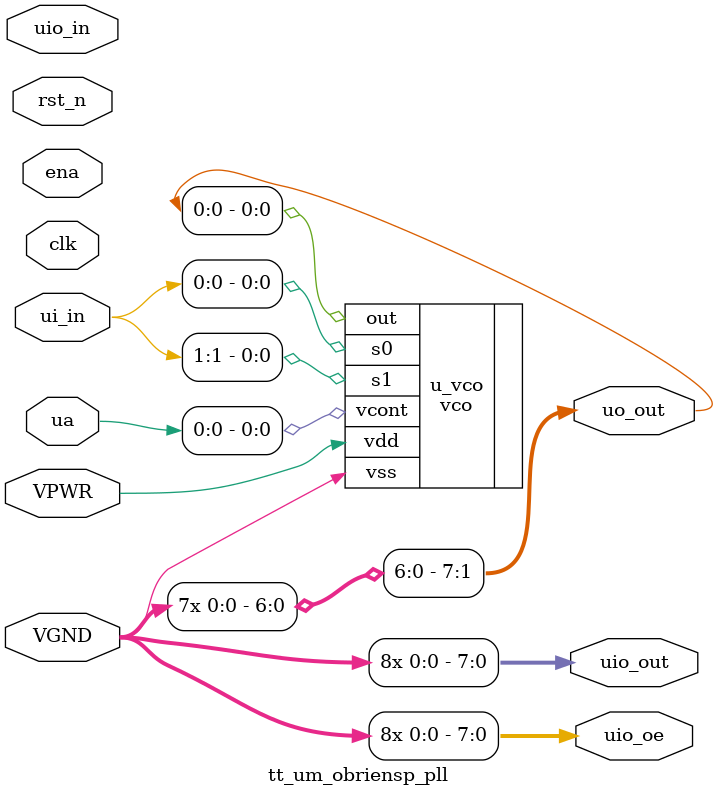
<source format=v>
/*
 * Copyright (c) 2024 Sean Patrick O'Brien
 * SPDX-License-Identifier: Apache-2.0
 */

`default_nettype none

module tt_um_obriensp_pll (
    input  wire       VGND,
    input  wire       VPWR,
    input  wire [7:0] ui_in,    // Dedicated inputs
    output wire [7:0] uo_out,   // Dedicated outputs
    input  wire [7:0] uio_in,   // IOs: Input path
    output wire [7:0] uio_out,  // IOs: Output path
    output wire [7:0] uio_oe,   // IOs: Enable path (active high: 0=input, 1=output)
    inout  wire [7:0] ua,       // Analog pins, only ua[5:0] can be used
    input  wire       ena,      // always 1 when the design is powered, so you can ignore it
    input  wire       clk,      // clock
    input  wire       rst_n     // reset_n - low to reset
);

vco u_vco(
    .vdd(VPWR),
    .vss(VGND),
    .vcont(ua[0]),
    .s0(ui_in[0]),
    .s1(ui_in[1]),
    .out(uo_out[0])
);

assign uo_out[1]  = VGND;
assign uo_out[2]  = VGND;
assign uo_out[3]  = VGND;
assign uo_out[4]  = VGND;
assign uo_out[5]  = VGND;
assign uo_out[6]  = VGND;
assign uo_out[7]  = VGND;

assign uio_out[0] = VGND;
assign uio_out[1] = VGND;
assign uio_out[2] = VGND;
assign uio_out[3] = VGND;
assign uio_out[4] = VGND;
assign uio_out[5] = VGND;
assign uio_out[6] = VGND;
assign uio_out[7] = VGND;

assign uio_oe[0]  = VGND;
assign uio_oe[1]  = VGND;
assign uio_oe[2]  = VGND;
assign uio_oe[3]  = VGND;
assign uio_oe[4]  = VGND;
assign uio_oe[5]  = VGND;
assign uio_oe[6]  = VGND;
assign uio_oe[7]  = VGND;

endmodule

</source>
